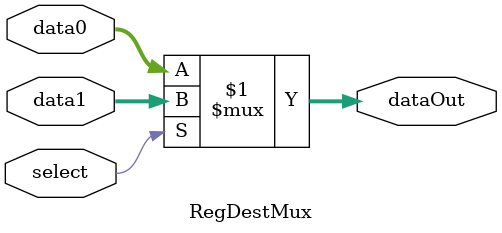
<source format=v>
`timescale 1ns / 1ps
module RegDestMux(input select,input [4:0] data1,data0,output [4:0] dataOut 
    );
	 
assign dataOut = select ? data1:data0;

endmodule

</source>
